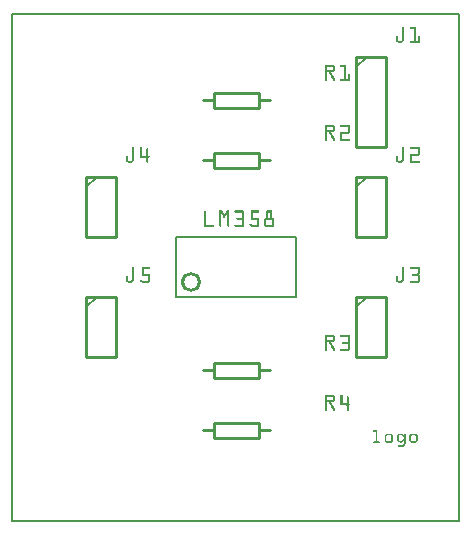
<source format=gto>
G04 MADE WITH FRITZING*
G04 WWW.FRITZING.ORG*
G04 SINGLE SIDED*
G04 HOLES NOT PLATED*
G04 CONTOUR ON CENTER OF CONTOUR VECTOR*
%ASAXBY*%
%FSLAX23Y23*%
%MOIN*%
%OFA0B0*%
%SFA1.0B1.0*%
%ADD10C,0.066567X0.046567*%
%ADD11R,1.496160X1.698390X1.480160X1.682390*%
%ADD12C,0.008000*%
%ADD13C,0.010000*%
%ADD14C,0.005000*%
%ADD15R,0.001000X0.001000*%
%LNSILK1*%
G90*
G70*
G54D10*
X600Y802D03*
G54D12*
X4Y1694D02*
X1492Y1694D01*
X1492Y4D01*
X4Y4D01*
X4Y1694D01*
D02*
G54D13*
X250Y1152D02*
X250Y952D01*
D02*
X250Y952D02*
X350Y952D01*
D02*
X350Y952D02*
X350Y1152D01*
D02*
X350Y1152D02*
X250Y1152D01*
G54D14*
D02*
X250Y1117D02*
X285Y1152D01*
G54D13*
D02*
X250Y752D02*
X250Y552D01*
D02*
X250Y552D02*
X350Y552D01*
D02*
X350Y552D02*
X350Y752D01*
D02*
X350Y752D02*
X250Y752D01*
G54D14*
D02*
X250Y717D02*
X285Y752D01*
G54D12*
D02*
X550Y952D02*
X950Y952D01*
D02*
X550Y952D02*
X550Y792D01*
D02*
X950Y952D02*
X950Y752D01*
D02*
X550Y752D02*
X950Y752D01*
D02*
X550Y752D02*
X550Y792D01*
D02*
X550Y792D02*
X550Y812D01*
G54D13*
D02*
X638Y1407D02*
X675Y1407D01*
D02*
X825Y1407D02*
X863Y1407D01*
D02*
X675Y1432D02*
X825Y1432D01*
D02*
X825Y1432D02*
X825Y1382D01*
D02*
X825Y1382D02*
X675Y1382D01*
D02*
X675Y1382D02*
X675Y1432D01*
D02*
X638Y1207D02*
X675Y1207D01*
D02*
X825Y1207D02*
X863Y1207D01*
D02*
X675Y1232D02*
X825Y1232D01*
D02*
X825Y1232D02*
X825Y1182D01*
D02*
X825Y1182D02*
X675Y1182D01*
D02*
X675Y1182D02*
X675Y1232D01*
D02*
X638Y507D02*
X675Y507D01*
D02*
X825Y507D02*
X863Y507D01*
D02*
X675Y532D02*
X825Y532D01*
D02*
X825Y532D02*
X825Y482D01*
D02*
X825Y482D02*
X675Y482D01*
D02*
X675Y482D02*
X675Y532D01*
D02*
X638Y307D02*
X675Y307D01*
D02*
X825Y307D02*
X863Y307D01*
D02*
X675Y332D02*
X825Y332D01*
D02*
X825Y332D02*
X825Y282D01*
D02*
X825Y282D02*
X675Y282D01*
D02*
X675Y282D02*
X675Y332D01*
D02*
X1150Y1552D02*
X1150Y1252D01*
D02*
X1150Y1252D02*
X1250Y1252D01*
D02*
X1250Y1252D02*
X1250Y1552D01*
D02*
X1250Y1552D02*
X1150Y1552D01*
G54D14*
D02*
X1150Y1517D02*
X1185Y1552D01*
G54D13*
D02*
X1150Y752D02*
X1150Y552D01*
D02*
X1150Y552D02*
X1250Y552D01*
D02*
X1250Y552D02*
X1250Y752D01*
D02*
X1250Y752D02*
X1150Y752D01*
G54D14*
D02*
X1150Y717D02*
X1185Y752D01*
G54D13*
D02*
X1150Y1152D02*
X1150Y952D01*
D02*
X1150Y952D02*
X1250Y952D01*
D02*
X1250Y952D02*
X1250Y1152D01*
D02*
X1250Y1152D02*
X1150Y1152D01*
G54D14*
D02*
X1150Y1117D02*
X1185Y1152D01*
G54D15*
X1305Y1652D02*
X1307Y1652D01*
X1331Y1652D02*
X1348Y1652D01*
X1304Y1651D02*
X1308Y1651D01*
X1330Y1651D02*
X1349Y1651D01*
X1303Y1650D02*
X1309Y1650D01*
X1329Y1650D02*
X1349Y1650D01*
X1303Y1649D02*
X1309Y1649D01*
X1329Y1649D02*
X1349Y1649D01*
X1303Y1648D02*
X1309Y1648D01*
X1329Y1648D02*
X1349Y1648D01*
X1303Y1647D02*
X1309Y1647D01*
X1329Y1647D02*
X1349Y1647D01*
X1303Y1646D02*
X1309Y1646D01*
X1330Y1646D02*
X1349Y1646D01*
X1303Y1645D02*
X1309Y1645D01*
X1342Y1645D02*
X1349Y1645D01*
X1303Y1644D02*
X1309Y1644D01*
X1342Y1644D02*
X1349Y1644D01*
X1303Y1643D02*
X1309Y1643D01*
X1342Y1643D02*
X1349Y1643D01*
X1303Y1642D02*
X1309Y1642D01*
X1342Y1642D02*
X1349Y1642D01*
X1303Y1641D02*
X1309Y1641D01*
X1342Y1641D02*
X1349Y1641D01*
X1303Y1640D02*
X1309Y1640D01*
X1342Y1640D02*
X1349Y1640D01*
X1303Y1639D02*
X1309Y1639D01*
X1342Y1639D02*
X1349Y1639D01*
X1303Y1638D02*
X1309Y1638D01*
X1342Y1638D02*
X1349Y1638D01*
X1303Y1637D02*
X1309Y1637D01*
X1342Y1637D02*
X1349Y1637D01*
X1303Y1636D02*
X1309Y1636D01*
X1342Y1636D02*
X1349Y1636D01*
X1303Y1635D02*
X1309Y1635D01*
X1342Y1635D02*
X1349Y1635D01*
X1303Y1634D02*
X1309Y1634D01*
X1342Y1634D02*
X1349Y1634D01*
X1303Y1633D02*
X1309Y1633D01*
X1342Y1633D02*
X1349Y1633D01*
X1303Y1632D02*
X1309Y1632D01*
X1342Y1632D02*
X1349Y1632D01*
X1303Y1631D02*
X1309Y1631D01*
X1342Y1631D02*
X1349Y1631D01*
X1303Y1630D02*
X1309Y1630D01*
X1342Y1630D02*
X1349Y1630D01*
X1303Y1629D02*
X1309Y1629D01*
X1342Y1629D02*
X1349Y1629D01*
X1303Y1628D02*
X1309Y1628D01*
X1342Y1628D02*
X1349Y1628D01*
X1303Y1627D02*
X1309Y1627D01*
X1342Y1627D02*
X1349Y1627D01*
X1303Y1626D02*
X1309Y1626D01*
X1342Y1626D02*
X1349Y1626D01*
X1303Y1625D02*
X1309Y1625D01*
X1342Y1625D02*
X1349Y1625D01*
X1303Y1624D02*
X1309Y1624D01*
X1342Y1624D02*
X1349Y1624D01*
X1303Y1623D02*
X1309Y1623D01*
X1342Y1623D02*
X1349Y1623D01*
X1284Y1622D02*
X1287Y1622D01*
X1303Y1622D02*
X1309Y1622D01*
X1342Y1622D02*
X1349Y1622D01*
X1358Y1622D02*
X1361Y1622D01*
X1283Y1621D02*
X1288Y1621D01*
X1303Y1621D02*
X1309Y1621D01*
X1342Y1621D02*
X1349Y1621D01*
X1357Y1621D02*
X1362Y1621D01*
X1282Y1620D02*
X1288Y1620D01*
X1303Y1620D02*
X1309Y1620D01*
X1342Y1620D02*
X1349Y1620D01*
X1356Y1620D02*
X1362Y1620D01*
X1282Y1619D02*
X1288Y1619D01*
X1303Y1619D02*
X1309Y1619D01*
X1342Y1619D02*
X1349Y1619D01*
X1356Y1619D02*
X1362Y1619D01*
X1282Y1618D02*
X1288Y1618D01*
X1303Y1618D02*
X1309Y1618D01*
X1342Y1618D02*
X1349Y1618D01*
X1356Y1618D02*
X1362Y1618D01*
X1282Y1617D02*
X1288Y1617D01*
X1303Y1617D02*
X1309Y1617D01*
X1342Y1617D02*
X1349Y1617D01*
X1356Y1617D02*
X1362Y1617D01*
X1282Y1616D02*
X1288Y1616D01*
X1303Y1616D02*
X1309Y1616D01*
X1342Y1616D02*
X1349Y1616D01*
X1356Y1616D02*
X1362Y1616D01*
X1282Y1615D02*
X1288Y1615D01*
X1303Y1615D02*
X1309Y1615D01*
X1342Y1615D02*
X1349Y1615D01*
X1356Y1615D02*
X1362Y1615D01*
X1282Y1614D02*
X1288Y1614D01*
X1303Y1614D02*
X1309Y1614D01*
X1342Y1614D02*
X1349Y1614D01*
X1356Y1614D02*
X1362Y1614D01*
X1282Y1613D02*
X1288Y1613D01*
X1303Y1613D02*
X1309Y1613D01*
X1342Y1613D02*
X1349Y1613D01*
X1356Y1613D02*
X1362Y1613D01*
X1282Y1612D02*
X1288Y1612D01*
X1303Y1612D02*
X1309Y1612D01*
X1342Y1612D02*
X1349Y1612D01*
X1356Y1612D02*
X1362Y1612D01*
X1282Y1611D02*
X1288Y1611D01*
X1303Y1611D02*
X1309Y1611D01*
X1342Y1611D02*
X1349Y1611D01*
X1356Y1611D02*
X1362Y1611D01*
X1282Y1610D02*
X1288Y1610D01*
X1303Y1610D02*
X1309Y1610D01*
X1342Y1610D02*
X1349Y1610D01*
X1356Y1610D02*
X1362Y1610D01*
X1282Y1609D02*
X1288Y1609D01*
X1303Y1609D02*
X1309Y1609D01*
X1342Y1609D02*
X1349Y1609D01*
X1356Y1609D02*
X1362Y1609D01*
X1282Y1608D02*
X1288Y1608D01*
X1303Y1608D02*
X1309Y1608D01*
X1342Y1608D02*
X1349Y1608D01*
X1356Y1608D02*
X1362Y1608D01*
X1282Y1607D02*
X1289Y1607D01*
X1302Y1607D02*
X1309Y1607D01*
X1342Y1607D02*
X1349Y1607D01*
X1356Y1607D02*
X1362Y1607D01*
X1282Y1606D02*
X1289Y1606D01*
X1302Y1606D02*
X1309Y1606D01*
X1342Y1606D02*
X1349Y1606D01*
X1356Y1606D02*
X1362Y1606D01*
X1283Y1605D02*
X1308Y1605D01*
X1332Y1605D02*
X1362Y1605D01*
X1283Y1604D02*
X1308Y1604D01*
X1330Y1604D02*
X1362Y1604D01*
X1284Y1603D02*
X1307Y1603D01*
X1329Y1603D02*
X1362Y1603D01*
X1285Y1602D02*
X1306Y1602D01*
X1329Y1602D02*
X1362Y1602D01*
X1286Y1601D02*
X1305Y1601D01*
X1329Y1601D02*
X1362Y1601D01*
X1287Y1600D02*
X1304Y1600D01*
X1329Y1600D02*
X1362Y1600D01*
X1289Y1599D02*
X1302Y1599D01*
X1330Y1599D02*
X1361Y1599D01*
X1046Y1525D02*
X1072Y1525D01*
X1098Y1525D02*
X1116Y1525D01*
X1046Y1524D02*
X1074Y1524D01*
X1097Y1524D02*
X1116Y1524D01*
X1046Y1523D02*
X1076Y1523D01*
X1097Y1523D02*
X1116Y1523D01*
X1046Y1522D02*
X1077Y1522D01*
X1096Y1522D02*
X1116Y1522D01*
X1046Y1521D02*
X1078Y1521D01*
X1096Y1521D02*
X1116Y1521D01*
X1046Y1520D02*
X1078Y1520D01*
X1097Y1520D02*
X1116Y1520D01*
X1046Y1519D02*
X1079Y1519D01*
X1098Y1519D02*
X1116Y1519D01*
X1046Y1518D02*
X1052Y1518D01*
X1072Y1518D02*
X1079Y1518D01*
X1110Y1518D02*
X1116Y1518D01*
X1046Y1517D02*
X1052Y1517D01*
X1073Y1517D02*
X1080Y1517D01*
X1110Y1517D02*
X1116Y1517D01*
X1046Y1516D02*
X1052Y1516D01*
X1074Y1516D02*
X1080Y1516D01*
X1110Y1516D02*
X1116Y1516D01*
X1046Y1515D02*
X1052Y1515D01*
X1074Y1515D02*
X1080Y1515D01*
X1110Y1515D02*
X1116Y1515D01*
X1046Y1514D02*
X1052Y1514D01*
X1074Y1514D02*
X1080Y1514D01*
X1110Y1514D02*
X1116Y1514D01*
X1046Y1513D02*
X1052Y1513D01*
X1074Y1513D02*
X1080Y1513D01*
X1110Y1513D02*
X1116Y1513D01*
X1046Y1512D02*
X1052Y1512D01*
X1074Y1512D02*
X1080Y1512D01*
X1110Y1512D02*
X1116Y1512D01*
X1046Y1511D02*
X1052Y1511D01*
X1074Y1511D02*
X1080Y1511D01*
X1110Y1511D02*
X1116Y1511D01*
X1046Y1510D02*
X1052Y1510D01*
X1074Y1510D02*
X1080Y1510D01*
X1110Y1510D02*
X1116Y1510D01*
X1046Y1509D02*
X1052Y1509D01*
X1073Y1509D02*
X1080Y1509D01*
X1110Y1509D02*
X1116Y1509D01*
X1046Y1508D02*
X1052Y1508D01*
X1072Y1508D02*
X1079Y1508D01*
X1110Y1508D02*
X1116Y1508D01*
X1046Y1507D02*
X1079Y1507D01*
X1110Y1507D02*
X1116Y1507D01*
X1046Y1506D02*
X1078Y1506D01*
X1110Y1506D02*
X1116Y1506D01*
X1046Y1505D02*
X1078Y1505D01*
X1110Y1505D02*
X1116Y1505D01*
X1046Y1504D02*
X1077Y1504D01*
X1110Y1504D02*
X1116Y1504D01*
X1046Y1503D02*
X1076Y1503D01*
X1110Y1503D02*
X1116Y1503D01*
X1046Y1502D02*
X1074Y1502D01*
X1110Y1502D02*
X1116Y1502D01*
X1046Y1501D02*
X1072Y1501D01*
X1110Y1501D02*
X1116Y1501D01*
X1046Y1500D02*
X1052Y1500D01*
X1058Y1500D02*
X1066Y1500D01*
X1110Y1500D02*
X1116Y1500D01*
X1046Y1499D02*
X1052Y1499D01*
X1059Y1499D02*
X1066Y1499D01*
X1110Y1499D02*
X1116Y1499D01*
X1046Y1498D02*
X1052Y1498D01*
X1060Y1498D02*
X1067Y1498D01*
X1110Y1498D02*
X1116Y1498D01*
X1046Y1497D02*
X1052Y1497D01*
X1060Y1497D02*
X1067Y1497D01*
X1110Y1497D02*
X1116Y1497D01*
X1046Y1496D02*
X1052Y1496D01*
X1061Y1496D02*
X1068Y1496D01*
X1110Y1496D02*
X1116Y1496D01*
X1046Y1495D02*
X1052Y1495D01*
X1061Y1495D02*
X1069Y1495D01*
X1110Y1495D02*
X1116Y1495D01*
X1125Y1495D02*
X1129Y1495D01*
X1046Y1494D02*
X1052Y1494D01*
X1062Y1494D02*
X1069Y1494D01*
X1110Y1494D02*
X1116Y1494D01*
X1124Y1494D02*
X1129Y1494D01*
X1046Y1493D02*
X1052Y1493D01*
X1063Y1493D02*
X1070Y1493D01*
X1110Y1493D02*
X1116Y1493D01*
X1124Y1493D02*
X1130Y1493D01*
X1046Y1492D02*
X1052Y1492D01*
X1063Y1492D02*
X1070Y1492D01*
X1110Y1492D02*
X1116Y1492D01*
X1124Y1492D02*
X1130Y1492D01*
X1046Y1491D02*
X1052Y1491D01*
X1064Y1491D02*
X1071Y1491D01*
X1110Y1491D02*
X1116Y1491D01*
X1124Y1491D02*
X1130Y1491D01*
X1046Y1490D02*
X1052Y1490D01*
X1064Y1490D02*
X1071Y1490D01*
X1110Y1490D02*
X1116Y1490D01*
X1124Y1490D02*
X1130Y1490D01*
X1046Y1489D02*
X1052Y1489D01*
X1065Y1489D02*
X1072Y1489D01*
X1110Y1489D02*
X1116Y1489D01*
X1124Y1489D02*
X1130Y1489D01*
X1046Y1488D02*
X1052Y1488D01*
X1065Y1488D02*
X1073Y1488D01*
X1110Y1488D02*
X1116Y1488D01*
X1124Y1488D02*
X1130Y1488D01*
X1046Y1487D02*
X1052Y1487D01*
X1066Y1487D02*
X1073Y1487D01*
X1110Y1487D02*
X1116Y1487D01*
X1124Y1487D02*
X1130Y1487D01*
X1046Y1486D02*
X1052Y1486D01*
X1067Y1486D02*
X1074Y1486D01*
X1110Y1486D02*
X1116Y1486D01*
X1124Y1486D02*
X1130Y1486D01*
X1046Y1485D02*
X1052Y1485D01*
X1067Y1485D02*
X1074Y1485D01*
X1110Y1485D02*
X1116Y1485D01*
X1124Y1485D02*
X1130Y1485D01*
X1046Y1484D02*
X1052Y1484D01*
X1068Y1484D02*
X1075Y1484D01*
X1110Y1484D02*
X1116Y1484D01*
X1124Y1484D02*
X1130Y1484D01*
X1046Y1483D02*
X1052Y1483D01*
X1068Y1483D02*
X1076Y1483D01*
X1110Y1483D02*
X1116Y1483D01*
X1124Y1483D02*
X1130Y1483D01*
X1046Y1482D02*
X1052Y1482D01*
X1069Y1482D02*
X1076Y1482D01*
X1110Y1482D02*
X1116Y1482D01*
X1124Y1482D02*
X1130Y1482D01*
X1046Y1481D02*
X1052Y1481D01*
X1070Y1481D02*
X1077Y1481D01*
X1110Y1481D02*
X1116Y1481D01*
X1124Y1481D02*
X1130Y1481D01*
X1046Y1480D02*
X1052Y1480D01*
X1070Y1480D02*
X1077Y1480D01*
X1110Y1480D02*
X1116Y1480D01*
X1124Y1480D02*
X1130Y1480D01*
X1046Y1479D02*
X1052Y1479D01*
X1071Y1479D02*
X1078Y1479D01*
X1110Y1479D02*
X1116Y1479D01*
X1124Y1479D02*
X1130Y1479D01*
X1046Y1478D02*
X1052Y1478D01*
X1071Y1478D02*
X1078Y1478D01*
X1099Y1478D02*
X1130Y1478D01*
X1046Y1477D02*
X1052Y1477D01*
X1072Y1477D02*
X1079Y1477D01*
X1097Y1477D02*
X1130Y1477D01*
X1046Y1476D02*
X1052Y1476D01*
X1072Y1476D02*
X1079Y1476D01*
X1097Y1476D02*
X1130Y1476D01*
X1046Y1475D02*
X1052Y1475D01*
X1073Y1475D02*
X1080Y1475D01*
X1096Y1475D02*
X1130Y1475D01*
X1046Y1474D02*
X1052Y1474D01*
X1074Y1474D02*
X1080Y1474D01*
X1096Y1474D02*
X1130Y1474D01*
X1047Y1473D02*
X1052Y1473D01*
X1074Y1473D02*
X1079Y1473D01*
X1097Y1473D02*
X1129Y1473D01*
X1048Y1472D02*
X1051Y1472D01*
X1075Y1472D02*
X1079Y1472D01*
X1098Y1472D02*
X1129Y1472D01*
X1046Y1325D02*
X1072Y1325D01*
X1098Y1325D02*
X1125Y1325D01*
X1046Y1324D02*
X1074Y1324D01*
X1097Y1324D02*
X1127Y1324D01*
X1046Y1323D02*
X1076Y1323D01*
X1097Y1323D02*
X1128Y1323D01*
X1046Y1322D02*
X1077Y1322D01*
X1096Y1322D02*
X1129Y1322D01*
X1046Y1321D02*
X1078Y1321D01*
X1096Y1321D02*
X1129Y1321D01*
X1046Y1320D02*
X1078Y1320D01*
X1097Y1320D02*
X1130Y1320D01*
X1046Y1319D02*
X1079Y1319D01*
X1098Y1319D02*
X1130Y1319D01*
X1046Y1318D02*
X1052Y1318D01*
X1072Y1318D02*
X1079Y1318D01*
X1124Y1318D02*
X1130Y1318D01*
X1046Y1317D02*
X1052Y1317D01*
X1073Y1317D02*
X1080Y1317D01*
X1124Y1317D02*
X1130Y1317D01*
X1046Y1316D02*
X1052Y1316D01*
X1074Y1316D02*
X1080Y1316D01*
X1124Y1316D02*
X1130Y1316D01*
X1046Y1315D02*
X1052Y1315D01*
X1074Y1315D02*
X1080Y1315D01*
X1124Y1315D02*
X1130Y1315D01*
X1046Y1314D02*
X1052Y1314D01*
X1074Y1314D02*
X1080Y1314D01*
X1124Y1314D02*
X1130Y1314D01*
X1046Y1313D02*
X1052Y1313D01*
X1074Y1313D02*
X1080Y1313D01*
X1124Y1313D02*
X1130Y1313D01*
X1046Y1312D02*
X1052Y1312D01*
X1074Y1312D02*
X1080Y1312D01*
X1124Y1312D02*
X1130Y1312D01*
X1046Y1311D02*
X1052Y1311D01*
X1074Y1311D02*
X1080Y1311D01*
X1124Y1311D02*
X1130Y1311D01*
X1046Y1310D02*
X1052Y1310D01*
X1074Y1310D02*
X1080Y1310D01*
X1124Y1310D02*
X1130Y1310D01*
X1046Y1309D02*
X1052Y1309D01*
X1073Y1309D02*
X1080Y1309D01*
X1124Y1309D02*
X1130Y1309D01*
X1046Y1308D02*
X1052Y1308D01*
X1072Y1308D02*
X1079Y1308D01*
X1124Y1308D02*
X1130Y1308D01*
X1046Y1307D02*
X1079Y1307D01*
X1124Y1307D02*
X1130Y1307D01*
X1046Y1306D02*
X1078Y1306D01*
X1124Y1306D02*
X1130Y1306D01*
X1046Y1305D02*
X1078Y1305D01*
X1124Y1305D02*
X1130Y1305D01*
X1046Y1304D02*
X1077Y1304D01*
X1124Y1304D02*
X1130Y1304D01*
X1046Y1303D02*
X1076Y1303D01*
X1124Y1303D02*
X1130Y1303D01*
X1046Y1302D02*
X1074Y1302D01*
X1124Y1302D02*
X1130Y1302D01*
X1046Y1301D02*
X1072Y1301D01*
X1100Y1301D02*
X1130Y1301D01*
X1046Y1300D02*
X1052Y1300D01*
X1058Y1300D02*
X1066Y1300D01*
X1099Y1300D02*
X1130Y1300D01*
X1046Y1299D02*
X1052Y1299D01*
X1059Y1299D02*
X1066Y1299D01*
X1098Y1299D02*
X1129Y1299D01*
X1046Y1298D02*
X1052Y1298D01*
X1060Y1298D02*
X1067Y1298D01*
X1097Y1298D02*
X1129Y1298D01*
X1046Y1297D02*
X1052Y1297D01*
X1060Y1297D02*
X1067Y1297D01*
X1097Y1297D02*
X1128Y1297D01*
X1046Y1296D02*
X1052Y1296D01*
X1061Y1296D02*
X1068Y1296D01*
X1096Y1296D02*
X1127Y1296D01*
X1046Y1295D02*
X1052Y1295D01*
X1061Y1295D02*
X1069Y1295D01*
X1096Y1295D02*
X1124Y1295D01*
X1046Y1294D02*
X1052Y1294D01*
X1062Y1294D02*
X1069Y1294D01*
X1096Y1294D02*
X1102Y1294D01*
X1046Y1293D02*
X1052Y1293D01*
X1063Y1293D02*
X1070Y1293D01*
X1096Y1293D02*
X1102Y1293D01*
X1046Y1292D02*
X1052Y1292D01*
X1063Y1292D02*
X1070Y1292D01*
X1096Y1292D02*
X1102Y1292D01*
X1046Y1291D02*
X1052Y1291D01*
X1064Y1291D02*
X1071Y1291D01*
X1096Y1291D02*
X1102Y1291D01*
X1046Y1290D02*
X1052Y1290D01*
X1064Y1290D02*
X1071Y1290D01*
X1096Y1290D02*
X1102Y1290D01*
X1046Y1289D02*
X1052Y1289D01*
X1065Y1289D02*
X1072Y1289D01*
X1096Y1289D02*
X1102Y1289D01*
X1046Y1288D02*
X1052Y1288D01*
X1065Y1288D02*
X1073Y1288D01*
X1096Y1288D02*
X1102Y1288D01*
X1046Y1287D02*
X1052Y1287D01*
X1066Y1287D02*
X1073Y1287D01*
X1096Y1287D02*
X1102Y1287D01*
X1046Y1286D02*
X1052Y1286D01*
X1067Y1286D02*
X1074Y1286D01*
X1096Y1286D02*
X1102Y1286D01*
X1046Y1285D02*
X1052Y1285D01*
X1067Y1285D02*
X1074Y1285D01*
X1096Y1285D02*
X1102Y1285D01*
X1046Y1284D02*
X1052Y1284D01*
X1068Y1284D02*
X1075Y1284D01*
X1096Y1284D02*
X1102Y1284D01*
X1046Y1283D02*
X1052Y1283D01*
X1068Y1283D02*
X1076Y1283D01*
X1096Y1283D02*
X1102Y1283D01*
X1046Y1282D02*
X1052Y1282D01*
X1069Y1282D02*
X1076Y1282D01*
X1096Y1282D02*
X1102Y1282D01*
X1046Y1281D02*
X1052Y1281D01*
X1070Y1281D02*
X1077Y1281D01*
X1096Y1281D02*
X1102Y1281D01*
X1046Y1280D02*
X1052Y1280D01*
X1070Y1280D02*
X1077Y1280D01*
X1096Y1280D02*
X1102Y1280D01*
X1046Y1279D02*
X1052Y1279D01*
X1071Y1279D02*
X1078Y1279D01*
X1096Y1279D02*
X1102Y1279D01*
X1046Y1278D02*
X1052Y1278D01*
X1071Y1278D02*
X1078Y1278D01*
X1096Y1278D02*
X1127Y1278D01*
X1046Y1277D02*
X1052Y1277D01*
X1072Y1277D02*
X1079Y1277D01*
X1096Y1277D02*
X1129Y1277D01*
X1046Y1276D02*
X1052Y1276D01*
X1072Y1276D02*
X1080Y1276D01*
X1096Y1276D02*
X1130Y1276D01*
X1046Y1275D02*
X1052Y1275D01*
X1073Y1275D02*
X1080Y1275D01*
X1096Y1275D02*
X1130Y1275D01*
X1046Y1274D02*
X1052Y1274D01*
X1074Y1274D02*
X1080Y1274D01*
X1096Y1274D02*
X1130Y1274D01*
X1047Y1273D02*
X1052Y1273D01*
X1074Y1273D02*
X1079Y1273D01*
X1096Y1273D02*
X1129Y1273D01*
X1048Y1272D02*
X1051Y1272D01*
X1075Y1272D02*
X1078Y1272D01*
X1096Y1272D02*
X1128Y1272D01*
X405Y1252D02*
X407Y1252D01*
X433Y1252D02*
X434Y1252D01*
X1305Y1252D02*
X1307Y1252D01*
X1331Y1252D02*
X1357Y1252D01*
X404Y1251D02*
X408Y1251D01*
X431Y1251D02*
X436Y1251D01*
X1304Y1251D02*
X1308Y1251D01*
X1330Y1251D02*
X1359Y1251D01*
X403Y1250D02*
X409Y1250D01*
X431Y1250D02*
X436Y1250D01*
X1303Y1250D02*
X1309Y1250D01*
X1329Y1250D02*
X1360Y1250D01*
X403Y1249D02*
X409Y1249D01*
X431Y1249D02*
X436Y1249D01*
X1303Y1249D02*
X1309Y1249D01*
X1329Y1249D02*
X1361Y1249D01*
X403Y1248D02*
X409Y1248D01*
X431Y1248D02*
X437Y1248D01*
X1303Y1248D02*
X1309Y1248D01*
X1329Y1248D02*
X1362Y1248D01*
X403Y1247D02*
X409Y1247D01*
X431Y1247D02*
X437Y1247D01*
X1303Y1247D02*
X1309Y1247D01*
X1329Y1247D02*
X1362Y1247D01*
X403Y1246D02*
X409Y1246D01*
X431Y1246D02*
X437Y1246D01*
X453Y1246D02*
X455Y1246D01*
X1303Y1246D02*
X1309Y1246D01*
X1330Y1246D02*
X1362Y1246D01*
X403Y1245D02*
X409Y1245D01*
X431Y1245D02*
X437Y1245D01*
X452Y1245D02*
X456Y1245D01*
X1303Y1245D02*
X1309Y1245D01*
X1356Y1245D02*
X1362Y1245D01*
X403Y1244D02*
X409Y1244D01*
X431Y1244D02*
X437Y1244D01*
X451Y1244D02*
X457Y1244D01*
X1303Y1244D02*
X1309Y1244D01*
X1356Y1244D02*
X1362Y1244D01*
X403Y1243D02*
X409Y1243D01*
X431Y1243D02*
X437Y1243D01*
X451Y1243D02*
X457Y1243D01*
X1303Y1243D02*
X1309Y1243D01*
X1356Y1243D02*
X1362Y1243D01*
X403Y1242D02*
X409Y1242D01*
X431Y1242D02*
X437Y1242D01*
X451Y1242D02*
X457Y1242D01*
X1303Y1242D02*
X1309Y1242D01*
X1356Y1242D02*
X1362Y1242D01*
X403Y1241D02*
X409Y1241D01*
X431Y1241D02*
X437Y1241D01*
X451Y1241D02*
X457Y1241D01*
X1303Y1241D02*
X1309Y1241D01*
X1356Y1241D02*
X1362Y1241D01*
X403Y1240D02*
X409Y1240D01*
X431Y1240D02*
X437Y1240D01*
X451Y1240D02*
X457Y1240D01*
X1303Y1240D02*
X1309Y1240D01*
X1356Y1240D02*
X1362Y1240D01*
X403Y1239D02*
X409Y1239D01*
X431Y1239D02*
X437Y1239D01*
X451Y1239D02*
X457Y1239D01*
X1303Y1239D02*
X1309Y1239D01*
X1356Y1239D02*
X1362Y1239D01*
X403Y1238D02*
X409Y1238D01*
X431Y1238D02*
X437Y1238D01*
X451Y1238D02*
X457Y1238D01*
X1303Y1238D02*
X1309Y1238D01*
X1356Y1238D02*
X1362Y1238D01*
X403Y1237D02*
X409Y1237D01*
X431Y1237D02*
X437Y1237D01*
X451Y1237D02*
X457Y1237D01*
X1303Y1237D02*
X1309Y1237D01*
X1356Y1237D02*
X1362Y1237D01*
X403Y1236D02*
X409Y1236D01*
X431Y1236D02*
X437Y1236D01*
X451Y1236D02*
X457Y1236D01*
X1303Y1236D02*
X1309Y1236D01*
X1356Y1236D02*
X1362Y1236D01*
X403Y1235D02*
X409Y1235D01*
X431Y1235D02*
X437Y1235D01*
X451Y1235D02*
X457Y1235D01*
X1303Y1235D02*
X1309Y1235D01*
X1356Y1235D02*
X1362Y1235D01*
X403Y1234D02*
X409Y1234D01*
X431Y1234D02*
X437Y1234D01*
X451Y1234D02*
X457Y1234D01*
X1303Y1234D02*
X1309Y1234D01*
X1356Y1234D02*
X1362Y1234D01*
X403Y1233D02*
X409Y1233D01*
X431Y1233D02*
X437Y1233D01*
X451Y1233D02*
X457Y1233D01*
X1303Y1233D02*
X1309Y1233D01*
X1356Y1233D02*
X1362Y1233D01*
X403Y1232D02*
X409Y1232D01*
X431Y1232D02*
X437Y1232D01*
X451Y1232D02*
X457Y1232D01*
X1303Y1232D02*
X1309Y1232D01*
X1356Y1232D02*
X1362Y1232D01*
X403Y1231D02*
X409Y1231D01*
X431Y1231D02*
X437Y1231D01*
X451Y1231D02*
X457Y1231D01*
X1303Y1231D02*
X1309Y1231D01*
X1356Y1231D02*
X1362Y1231D01*
X403Y1230D02*
X409Y1230D01*
X431Y1230D02*
X437Y1230D01*
X451Y1230D02*
X457Y1230D01*
X1303Y1230D02*
X1309Y1230D01*
X1356Y1230D02*
X1362Y1230D01*
X403Y1229D02*
X409Y1229D01*
X431Y1229D02*
X437Y1229D01*
X451Y1229D02*
X457Y1229D01*
X1303Y1229D02*
X1309Y1229D01*
X1356Y1229D02*
X1362Y1229D01*
X403Y1228D02*
X409Y1228D01*
X431Y1228D02*
X437Y1228D01*
X451Y1228D02*
X457Y1228D01*
X1303Y1228D02*
X1309Y1228D01*
X1333Y1228D02*
X1362Y1228D01*
X403Y1227D02*
X409Y1227D01*
X431Y1227D02*
X437Y1227D01*
X451Y1227D02*
X457Y1227D01*
X1303Y1227D02*
X1309Y1227D01*
X1331Y1227D02*
X1362Y1227D01*
X403Y1226D02*
X409Y1226D01*
X431Y1226D02*
X437Y1226D01*
X451Y1226D02*
X457Y1226D01*
X1303Y1226D02*
X1309Y1226D01*
X1330Y1226D02*
X1362Y1226D01*
X403Y1225D02*
X409Y1225D01*
X431Y1225D02*
X437Y1225D01*
X451Y1225D02*
X457Y1225D01*
X1303Y1225D02*
X1309Y1225D01*
X1330Y1225D02*
X1361Y1225D01*
X403Y1224D02*
X409Y1224D01*
X431Y1224D02*
X437Y1224D01*
X451Y1224D02*
X457Y1224D01*
X1303Y1224D02*
X1309Y1224D01*
X1329Y1224D02*
X1360Y1224D01*
X403Y1223D02*
X409Y1223D01*
X431Y1223D02*
X437Y1223D01*
X451Y1223D02*
X457Y1223D01*
X1303Y1223D02*
X1309Y1223D01*
X1329Y1223D02*
X1359Y1223D01*
X384Y1222D02*
X387Y1222D01*
X403Y1222D02*
X409Y1222D01*
X431Y1222D02*
X459Y1222D01*
X1283Y1222D02*
X1287Y1222D01*
X1303Y1222D02*
X1309Y1222D01*
X1329Y1222D02*
X1357Y1222D01*
X383Y1221D02*
X388Y1221D01*
X403Y1221D02*
X409Y1221D01*
X431Y1221D02*
X460Y1221D01*
X1283Y1221D02*
X1288Y1221D01*
X1303Y1221D02*
X1309Y1221D01*
X1329Y1221D02*
X1335Y1221D01*
X382Y1220D02*
X388Y1220D01*
X403Y1220D02*
X409Y1220D01*
X431Y1220D02*
X461Y1220D01*
X1282Y1220D02*
X1288Y1220D01*
X1303Y1220D02*
X1309Y1220D01*
X1329Y1220D02*
X1335Y1220D01*
X382Y1219D02*
X388Y1219D01*
X403Y1219D02*
X409Y1219D01*
X431Y1219D02*
X461Y1219D01*
X1282Y1219D02*
X1288Y1219D01*
X1303Y1219D02*
X1309Y1219D01*
X1329Y1219D02*
X1335Y1219D01*
X382Y1218D02*
X388Y1218D01*
X403Y1218D02*
X409Y1218D01*
X431Y1218D02*
X460Y1218D01*
X1282Y1218D02*
X1288Y1218D01*
X1303Y1218D02*
X1309Y1218D01*
X1329Y1218D02*
X1335Y1218D01*
X382Y1217D02*
X388Y1217D01*
X403Y1217D02*
X409Y1217D01*
X431Y1217D02*
X460Y1217D01*
X1282Y1217D02*
X1288Y1217D01*
X1303Y1217D02*
X1309Y1217D01*
X1329Y1217D02*
X1335Y1217D01*
X382Y1216D02*
X388Y1216D01*
X403Y1216D02*
X409Y1216D01*
X431Y1216D02*
X458Y1216D01*
X1282Y1216D02*
X1288Y1216D01*
X1303Y1216D02*
X1309Y1216D01*
X1329Y1216D02*
X1335Y1216D01*
X382Y1215D02*
X388Y1215D01*
X403Y1215D02*
X409Y1215D01*
X451Y1215D02*
X457Y1215D01*
X1282Y1215D02*
X1288Y1215D01*
X1303Y1215D02*
X1309Y1215D01*
X1329Y1215D02*
X1335Y1215D01*
X382Y1214D02*
X388Y1214D01*
X403Y1214D02*
X409Y1214D01*
X451Y1214D02*
X457Y1214D01*
X1282Y1214D02*
X1288Y1214D01*
X1303Y1214D02*
X1309Y1214D01*
X1329Y1214D02*
X1335Y1214D01*
X382Y1213D02*
X388Y1213D01*
X403Y1213D02*
X409Y1213D01*
X451Y1213D02*
X457Y1213D01*
X1282Y1213D02*
X1288Y1213D01*
X1303Y1213D02*
X1309Y1213D01*
X1329Y1213D02*
X1335Y1213D01*
X382Y1212D02*
X388Y1212D01*
X403Y1212D02*
X409Y1212D01*
X451Y1212D02*
X457Y1212D01*
X1282Y1212D02*
X1288Y1212D01*
X1303Y1212D02*
X1309Y1212D01*
X1329Y1212D02*
X1335Y1212D01*
X382Y1211D02*
X388Y1211D01*
X403Y1211D02*
X409Y1211D01*
X451Y1211D02*
X457Y1211D01*
X1282Y1211D02*
X1288Y1211D01*
X1303Y1211D02*
X1309Y1211D01*
X1329Y1211D02*
X1335Y1211D01*
X382Y1210D02*
X388Y1210D01*
X403Y1210D02*
X409Y1210D01*
X451Y1210D02*
X457Y1210D01*
X1282Y1210D02*
X1288Y1210D01*
X1303Y1210D02*
X1309Y1210D01*
X1329Y1210D02*
X1335Y1210D01*
X382Y1209D02*
X388Y1209D01*
X403Y1209D02*
X409Y1209D01*
X451Y1209D02*
X457Y1209D01*
X1282Y1209D02*
X1288Y1209D01*
X1303Y1209D02*
X1309Y1209D01*
X1329Y1209D02*
X1335Y1209D01*
X382Y1208D02*
X388Y1208D01*
X403Y1208D02*
X409Y1208D01*
X451Y1208D02*
X457Y1208D01*
X1282Y1208D02*
X1288Y1208D01*
X1303Y1208D02*
X1309Y1208D01*
X1329Y1208D02*
X1335Y1208D01*
X382Y1207D02*
X389Y1207D01*
X402Y1207D02*
X409Y1207D01*
X451Y1207D02*
X457Y1207D01*
X1282Y1207D02*
X1289Y1207D01*
X1302Y1207D02*
X1309Y1207D01*
X1329Y1207D02*
X1335Y1207D01*
X383Y1206D02*
X390Y1206D01*
X402Y1206D02*
X409Y1206D01*
X451Y1206D02*
X457Y1206D01*
X1283Y1206D02*
X1290Y1206D01*
X1301Y1206D02*
X1308Y1206D01*
X1329Y1206D02*
X1335Y1206D01*
X383Y1205D02*
X408Y1205D01*
X451Y1205D02*
X457Y1205D01*
X1283Y1205D02*
X1308Y1205D01*
X1329Y1205D02*
X1360Y1205D01*
X383Y1204D02*
X408Y1204D01*
X451Y1204D02*
X457Y1204D01*
X1283Y1204D02*
X1308Y1204D01*
X1329Y1204D02*
X1361Y1204D01*
X384Y1203D02*
X407Y1203D01*
X451Y1203D02*
X457Y1203D01*
X1284Y1203D02*
X1307Y1203D01*
X1329Y1203D02*
X1362Y1203D01*
X385Y1202D02*
X406Y1202D01*
X451Y1202D02*
X457Y1202D01*
X1285Y1202D02*
X1306Y1202D01*
X1329Y1202D02*
X1362Y1202D01*
X386Y1201D02*
X405Y1201D01*
X451Y1201D02*
X457Y1201D01*
X1286Y1201D02*
X1305Y1201D01*
X1329Y1201D02*
X1362Y1201D01*
X387Y1200D02*
X404Y1200D01*
X452Y1200D02*
X457Y1200D01*
X1287Y1200D02*
X1304Y1200D01*
X1329Y1200D02*
X1362Y1200D01*
X389Y1199D02*
X402Y1199D01*
X453Y1199D02*
X456Y1199D01*
X1289Y1199D02*
X1302Y1199D01*
X1329Y1199D02*
X1361Y1199D01*
X646Y1039D02*
X647Y1039D01*
X694Y1039D02*
X701Y1039D01*
X719Y1039D02*
X727Y1039D01*
X746Y1039D02*
X772Y1039D01*
X801Y1039D02*
X824Y1039D01*
X853Y1039D02*
X868Y1039D01*
X645Y1038D02*
X649Y1038D01*
X694Y1038D02*
X702Y1038D01*
X719Y1038D02*
X727Y1038D01*
X745Y1038D02*
X774Y1038D01*
X801Y1038D02*
X826Y1038D01*
X852Y1038D02*
X869Y1038D01*
X644Y1037D02*
X649Y1037D01*
X694Y1037D02*
X703Y1037D01*
X718Y1037D02*
X727Y1037D01*
X744Y1037D02*
X775Y1037D01*
X801Y1037D02*
X827Y1037D01*
X851Y1037D02*
X870Y1037D01*
X644Y1036D02*
X650Y1036D01*
X694Y1036D02*
X704Y1036D01*
X717Y1036D02*
X727Y1036D01*
X744Y1036D02*
X776Y1036D01*
X801Y1036D02*
X827Y1036D01*
X851Y1036D02*
X870Y1036D01*
X644Y1035D02*
X650Y1035D01*
X694Y1035D02*
X704Y1035D01*
X717Y1035D02*
X727Y1035D01*
X744Y1035D02*
X777Y1035D01*
X801Y1035D02*
X827Y1035D01*
X851Y1035D02*
X870Y1035D01*
X644Y1034D02*
X650Y1034D01*
X694Y1034D02*
X705Y1034D01*
X716Y1034D02*
X727Y1034D01*
X744Y1034D02*
X777Y1034D01*
X801Y1034D02*
X827Y1034D01*
X851Y1034D02*
X870Y1034D01*
X644Y1033D02*
X650Y1033D01*
X694Y1033D02*
X706Y1033D01*
X715Y1033D02*
X727Y1033D01*
X745Y1033D02*
X777Y1033D01*
X801Y1033D02*
X826Y1033D01*
X851Y1033D02*
X870Y1033D01*
X644Y1032D02*
X650Y1032D01*
X694Y1032D02*
X706Y1032D01*
X714Y1032D02*
X727Y1032D01*
X771Y1032D02*
X777Y1032D01*
X801Y1032D02*
X807Y1032D01*
X851Y1032D02*
X857Y1032D01*
X864Y1032D02*
X870Y1032D01*
X644Y1031D02*
X650Y1031D01*
X694Y1031D02*
X707Y1031D01*
X714Y1031D02*
X727Y1031D01*
X771Y1031D02*
X777Y1031D01*
X801Y1031D02*
X807Y1031D01*
X851Y1031D02*
X857Y1031D01*
X864Y1031D02*
X870Y1031D01*
X644Y1030D02*
X650Y1030D01*
X694Y1030D02*
X708Y1030D01*
X713Y1030D02*
X727Y1030D01*
X771Y1030D02*
X777Y1030D01*
X801Y1030D02*
X807Y1030D01*
X851Y1030D02*
X857Y1030D01*
X864Y1030D02*
X870Y1030D01*
X644Y1029D02*
X650Y1029D01*
X694Y1029D02*
X709Y1029D01*
X712Y1029D02*
X727Y1029D01*
X771Y1029D02*
X777Y1029D01*
X801Y1029D02*
X807Y1029D01*
X851Y1029D02*
X857Y1029D01*
X864Y1029D02*
X870Y1029D01*
X644Y1028D02*
X650Y1028D01*
X694Y1028D02*
X700Y1028D01*
X702Y1028D02*
X709Y1028D01*
X712Y1028D02*
X719Y1028D01*
X721Y1028D02*
X727Y1028D01*
X771Y1028D02*
X777Y1028D01*
X801Y1028D02*
X807Y1028D01*
X851Y1028D02*
X857Y1028D01*
X864Y1028D02*
X870Y1028D01*
X644Y1027D02*
X650Y1027D01*
X694Y1027D02*
X700Y1027D01*
X702Y1027D02*
X718Y1027D01*
X721Y1027D02*
X727Y1027D01*
X771Y1027D02*
X777Y1027D01*
X801Y1027D02*
X807Y1027D01*
X851Y1027D02*
X857Y1027D01*
X864Y1027D02*
X870Y1027D01*
X644Y1026D02*
X650Y1026D01*
X694Y1026D02*
X700Y1026D01*
X703Y1026D02*
X718Y1026D01*
X721Y1026D02*
X727Y1026D01*
X771Y1026D02*
X777Y1026D01*
X801Y1026D02*
X807Y1026D01*
X851Y1026D02*
X857Y1026D01*
X864Y1026D02*
X870Y1026D01*
X644Y1025D02*
X650Y1025D01*
X694Y1025D02*
X700Y1025D01*
X704Y1025D02*
X717Y1025D01*
X721Y1025D02*
X727Y1025D01*
X771Y1025D02*
X777Y1025D01*
X801Y1025D02*
X807Y1025D01*
X851Y1025D02*
X857Y1025D01*
X864Y1025D02*
X870Y1025D01*
X644Y1024D02*
X650Y1024D01*
X694Y1024D02*
X700Y1024D01*
X704Y1024D02*
X716Y1024D01*
X721Y1024D02*
X727Y1024D01*
X771Y1024D02*
X777Y1024D01*
X801Y1024D02*
X807Y1024D01*
X851Y1024D02*
X857Y1024D01*
X864Y1024D02*
X870Y1024D01*
X644Y1023D02*
X650Y1023D01*
X694Y1023D02*
X700Y1023D01*
X705Y1023D02*
X716Y1023D01*
X721Y1023D02*
X727Y1023D01*
X771Y1023D02*
X777Y1023D01*
X801Y1023D02*
X807Y1023D01*
X851Y1023D02*
X857Y1023D01*
X864Y1023D02*
X870Y1023D01*
X644Y1022D02*
X650Y1022D01*
X694Y1022D02*
X700Y1022D01*
X706Y1022D02*
X715Y1022D01*
X721Y1022D02*
X727Y1022D01*
X771Y1022D02*
X777Y1022D01*
X801Y1022D02*
X807Y1022D01*
X851Y1022D02*
X857Y1022D01*
X864Y1022D02*
X870Y1022D01*
X644Y1021D02*
X650Y1021D01*
X694Y1021D02*
X700Y1021D01*
X707Y1021D02*
X714Y1021D01*
X721Y1021D02*
X727Y1021D01*
X771Y1021D02*
X777Y1021D01*
X801Y1021D02*
X807Y1021D01*
X851Y1021D02*
X857Y1021D01*
X864Y1021D02*
X870Y1021D01*
X644Y1020D02*
X650Y1020D01*
X694Y1020D02*
X700Y1020D01*
X707Y1020D02*
X714Y1020D01*
X721Y1020D02*
X727Y1020D01*
X771Y1020D02*
X777Y1020D01*
X801Y1020D02*
X807Y1020D01*
X851Y1020D02*
X857Y1020D01*
X864Y1020D02*
X870Y1020D01*
X644Y1019D02*
X650Y1019D01*
X694Y1019D02*
X700Y1019D01*
X707Y1019D02*
X713Y1019D01*
X721Y1019D02*
X727Y1019D01*
X771Y1019D02*
X777Y1019D01*
X801Y1019D02*
X807Y1019D01*
X851Y1019D02*
X857Y1019D01*
X864Y1019D02*
X870Y1019D01*
X644Y1018D02*
X650Y1018D01*
X694Y1018D02*
X700Y1018D01*
X707Y1018D02*
X713Y1018D01*
X721Y1018D02*
X727Y1018D01*
X771Y1018D02*
X777Y1018D01*
X801Y1018D02*
X807Y1018D01*
X851Y1018D02*
X857Y1018D01*
X864Y1018D02*
X870Y1018D01*
X644Y1017D02*
X650Y1017D01*
X694Y1017D02*
X700Y1017D01*
X708Y1017D02*
X713Y1017D01*
X721Y1017D02*
X727Y1017D01*
X770Y1017D02*
X777Y1017D01*
X801Y1017D02*
X807Y1017D01*
X851Y1017D02*
X857Y1017D01*
X864Y1017D02*
X870Y1017D01*
X644Y1016D02*
X650Y1016D01*
X694Y1016D02*
X700Y1016D01*
X708Y1016D02*
X713Y1016D01*
X721Y1016D02*
X727Y1016D01*
X769Y1016D02*
X777Y1016D01*
X801Y1016D02*
X807Y1016D01*
X851Y1016D02*
X857Y1016D01*
X864Y1016D02*
X870Y1016D01*
X644Y1015D02*
X650Y1015D01*
X694Y1015D02*
X700Y1015D01*
X709Y1015D02*
X712Y1015D01*
X721Y1015D02*
X727Y1015D01*
X752Y1015D02*
X776Y1015D01*
X801Y1015D02*
X823Y1015D01*
X848Y1015D02*
X873Y1015D01*
X644Y1014D02*
X650Y1014D01*
X694Y1014D02*
X700Y1014D01*
X721Y1014D02*
X727Y1014D01*
X751Y1014D02*
X776Y1014D01*
X801Y1014D02*
X825Y1014D01*
X846Y1014D02*
X874Y1014D01*
X644Y1013D02*
X650Y1013D01*
X694Y1013D02*
X700Y1013D01*
X721Y1013D02*
X727Y1013D01*
X751Y1013D02*
X775Y1013D01*
X801Y1013D02*
X826Y1013D01*
X845Y1013D02*
X876Y1013D01*
X644Y1012D02*
X650Y1012D01*
X694Y1012D02*
X700Y1012D01*
X721Y1012D02*
X727Y1012D01*
X751Y1012D02*
X775Y1012D01*
X801Y1012D02*
X826Y1012D01*
X845Y1012D02*
X876Y1012D01*
X644Y1011D02*
X650Y1011D01*
X694Y1011D02*
X700Y1011D01*
X721Y1011D02*
X727Y1011D01*
X751Y1011D02*
X775Y1011D01*
X801Y1011D02*
X827Y1011D01*
X844Y1011D02*
X877Y1011D01*
X644Y1010D02*
X650Y1010D01*
X694Y1010D02*
X700Y1010D01*
X721Y1010D02*
X727Y1010D01*
X751Y1010D02*
X776Y1010D01*
X801Y1010D02*
X827Y1010D01*
X844Y1010D02*
X877Y1010D01*
X644Y1009D02*
X650Y1009D01*
X694Y1009D02*
X700Y1009D01*
X721Y1009D02*
X727Y1009D01*
X752Y1009D02*
X776Y1009D01*
X801Y1009D02*
X827Y1009D01*
X844Y1009D02*
X877Y1009D01*
X644Y1008D02*
X650Y1008D01*
X694Y1008D02*
X700Y1008D01*
X721Y1008D02*
X727Y1008D01*
X769Y1008D02*
X777Y1008D01*
X821Y1008D02*
X827Y1008D01*
X844Y1008D02*
X850Y1008D01*
X871Y1008D02*
X877Y1008D01*
X644Y1007D02*
X650Y1007D01*
X694Y1007D02*
X700Y1007D01*
X721Y1007D02*
X727Y1007D01*
X770Y1007D02*
X777Y1007D01*
X821Y1007D02*
X827Y1007D01*
X844Y1007D02*
X850Y1007D01*
X871Y1007D02*
X877Y1007D01*
X644Y1006D02*
X650Y1006D01*
X694Y1006D02*
X700Y1006D01*
X721Y1006D02*
X727Y1006D01*
X771Y1006D02*
X777Y1006D01*
X821Y1006D02*
X827Y1006D01*
X844Y1006D02*
X850Y1006D01*
X871Y1006D02*
X877Y1006D01*
X644Y1005D02*
X650Y1005D01*
X694Y1005D02*
X700Y1005D01*
X721Y1005D02*
X727Y1005D01*
X771Y1005D02*
X777Y1005D01*
X821Y1005D02*
X827Y1005D01*
X844Y1005D02*
X850Y1005D01*
X871Y1005D02*
X877Y1005D01*
X644Y1004D02*
X650Y1004D01*
X694Y1004D02*
X700Y1004D01*
X721Y1004D02*
X727Y1004D01*
X771Y1004D02*
X777Y1004D01*
X821Y1004D02*
X827Y1004D01*
X844Y1004D02*
X850Y1004D01*
X871Y1004D02*
X877Y1004D01*
X644Y1003D02*
X650Y1003D01*
X694Y1003D02*
X700Y1003D01*
X721Y1003D02*
X727Y1003D01*
X771Y1003D02*
X777Y1003D01*
X821Y1003D02*
X827Y1003D01*
X844Y1003D02*
X850Y1003D01*
X871Y1003D02*
X877Y1003D01*
X644Y1002D02*
X650Y1002D01*
X694Y1002D02*
X700Y1002D01*
X721Y1002D02*
X727Y1002D01*
X771Y1002D02*
X777Y1002D01*
X821Y1002D02*
X827Y1002D01*
X844Y1002D02*
X850Y1002D01*
X871Y1002D02*
X877Y1002D01*
X644Y1001D02*
X650Y1001D01*
X694Y1001D02*
X700Y1001D01*
X721Y1001D02*
X727Y1001D01*
X771Y1001D02*
X777Y1001D01*
X821Y1001D02*
X827Y1001D01*
X844Y1001D02*
X850Y1001D01*
X871Y1001D02*
X877Y1001D01*
X644Y1000D02*
X650Y1000D01*
X694Y1000D02*
X700Y1000D01*
X721Y1000D02*
X727Y1000D01*
X771Y1000D02*
X777Y1000D01*
X821Y1000D02*
X827Y1000D01*
X844Y1000D02*
X850Y1000D01*
X871Y1000D02*
X877Y1000D01*
X644Y999D02*
X650Y999D01*
X694Y999D02*
X700Y999D01*
X721Y999D02*
X727Y999D01*
X771Y999D02*
X777Y999D01*
X821Y999D02*
X827Y999D01*
X844Y999D02*
X850Y999D01*
X871Y999D02*
X877Y999D01*
X644Y998D02*
X650Y998D01*
X694Y998D02*
X700Y998D01*
X721Y998D02*
X727Y998D01*
X771Y998D02*
X777Y998D01*
X821Y998D02*
X827Y998D01*
X844Y998D02*
X850Y998D01*
X871Y998D02*
X877Y998D01*
X644Y997D02*
X650Y997D01*
X694Y997D02*
X700Y997D01*
X721Y997D02*
X727Y997D01*
X771Y997D02*
X777Y997D01*
X821Y997D02*
X827Y997D01*
X844Y997D02*
X850Y997D01*
X871Y997D02*
X877Y997D01*
X644Y996D02*
X650Y996D01*
X694Y996D02*
X700Y996D01*
X721Y996D02*
X727Y996D01*
X771Y996D02*
X777Y996D01*
X821Y996D02*
X827Y996D01*
X844Y996D02*
X850Y996D01*
X871Y996D02*
X877Y996D01*
X644Y995D02*
X650Y995D01*
X694Y995D02*
X700Y995D01*
X721Y995D02*
X727Y995D01*
X771Y995D02*
X777Y995D01*
X821Y995D02*
X827Y995D01*
X844Y995D02*
X850Y995D01*
X871Y995D02*
X877Y995D01*
X644Y994D02*
X650Y994D01*
X694Y994D02*
X700Y994D01*
X721Y994D02*
X727Y994D01*
X771Y994D02*
X777Y994D01*
X795Y994D02*
X799Y994D01*
X821Y994D02*
X827Y994D01*
X844Y994D02*
X850Y994D01*
X871Y994D02*
X877Y994D01*
X644Y993D02*
X650Y993D01*
X694Y993D02*
X700Y993D01*
X721Y993D02*
X727Y993D01*
X771Y993D02*
X777Y993D01*
X794Y993D02*
X801Y993D01*
X821Y993D02*
X827Y993D01*
X844Y993D02*
X850Y993D01*
X871Y993D02*
X877Y993D01*
X644Y992D02*
X673Y992D01*
X694Y992D02*
X700Y992D01*
X721Y992D02*
X727Y992D01*
X747Y992D02*
X777Y992D01*
X794Y992D02*
X827Y992D01*
X844Y992D02*
X877Y992D01*
X644Y991D02*
X676Y991D01*
X694Y991D02*
X700Y991D01*
X721Y991D02*
X727Y991D01*
X745Y991D02*
X777Y991D01*
X794Y991D02*
X827Y991D01*
X844Y991D02*
X877Y991D01*
X644Y990D02*
X677Y990D01*
X694Y990D02*
X700Y990D01*
X721Y990D02*
X727Y990D01*
X744Y990D02*
X777Y990D01*
X794Y990D02*
X827Y990D01*
X844Y990D02*
X877Y990D01*
X644Y989D02*
X677Y989D01*
X694Y989D02*
X700Y989D01*
X721Y989D02*
X727Y989D01*
X744Y989D02*
X777Y989D01*
X795Y989D02*
X827Y989D01*
X844Y989D02*
X877Y989D01*
X644Y988D02*
X677Y988D01*
X694Y988D02*
X700Y988D01*
X721Y988D02*
X727Y988D01*
X744Y988D02*
X776Y988D01*
X796Y988D02*
X826Y988D01*
X845Y988D02*
X876Y988D01*
X644Y987D02*
X677Y987D01*
X694Y987D02*
X699Y987D01*
X722Y987D02*
X727Y987D01*
X744Y987D02*
X775Y987D01*
X798Y987D02*
X825Y987D01*
X846Y987D02*
X875Y987D01*
X644Y986D02*
X676Y986D01*
X695Y986D02*
X699Y986D01*
X722Y986D02*
X726Y986D01*
X745Y986D02*
X774Y986D01*
X801Y986D02*
X824Y986D01*
X847Y986D02*
X874Y986D01*
X644Y985D02*
X674Y985D01*
X747Y985D02*
X770Y985D01*
X805Y985D02*
X820Y985D01*
X850Y985D02*
X870Y985D01*
X405Y852D02*
X407Y852D01*
X436Y852D02*
X460Y852D01*
X1305Y852D02*
X1307Y852D01*
X1331Y852D02*
X1358Y852D01*
X404Y851D02*
X408Y851D01*
X436Y851D02*
X462Y851D01*
X1304Y851D02*
X1308Y851D01*
X1329Y851D02*
X1359Y851D01*
X403Y850D02*
X409Y850D01*
X436Y850D02*
X462Y850D01*
X1303Y850D02*
X1309Y850D01*
X1329Y850D02*
X1361Y850D01*
X403Y849D02*
X409Y849D01*
X436Y849D02*
X462Y849D01*
X1303Y849D02*
X1309Y849D01*
X1329Y849D02*
X1361Y849D01*
X403Y848D02*
X409Y848D01*
X436Y848D02*
X462Y848D01*
X1303Y848D02*
X1309Y848D01*
X1329Y848D02*
X1362Y848D01*
X403Y847D02*
X409Y847D01*
X436Y847D02*
X462Y847D01*
X1303Y847D02*
X1309Y847D01*
X1329Y847D02*
X1362Y847D01*
X403Y846D02*
X409Y846D01*
X436Y846D02*
X461Y846D01*
X1303Y846D02*
X1309Y846D01*
X1330Y846D02*
X1362Y846D01*
X403Y845D02*
X409Y845D01*
X436Y845D02*
X442Y845D01*
X1303Y845D02*
X1309Y845D01*
X1356Y845D02*
X1362Y845D01*
X403Y844D02*
X409Y844D01*
X436Y844D02*
X442Y844D01*
X1303Y844D02*
X1309Y844D01*
X1356Y844D02*
X1362Y844D01*
X403Y843D02*
X409Y843D01*
X436Y843D02*
X442Y843D01*
X1303Y843D02*
X1309Y843D01*
X1356Y843D02*
X1362Y843D01*
X403Y842D02*
X409Y842D01*
X436Y842D02*
X442Y842D01*
X1303Y842D02*
X1309Y842D01*
X1356Y842D02*
X1362Y842D01*
X403Y841D02*
X409Y841D01*
X436Y841D02*
X442Y841D01*
X1303Y841D02*
X1309Y841D01*
X1356Y841D02*
X1362Y841D01*
X403Y840D02*
X409Y840D01*
X436Y840D02*
X442Y840D01*
X1303Y840D02*
X1309Y840D01*
X1356Y840D02*
X1362Y840D01*
X403Y839D02*
X409Y839D01*
X436Y839D02*
X442Y839D01*
X1303Y839D02*
X1309Y839D01*
X1356Y839D02*
X1362Y839D01*
X403Y838D02*
X409Y838D01*
X436Y838D02*
X442Y838D01*
X1303Y838D02*
X1309Y838D01*
X1356Y838D02*
X1362Y838D01*
X403Y837D02*
X409Y837D01*
X436Y837D02*
X442Y837D01*
X1303Y837D02*
X1309Y837D01*
X1356Y837D02*
X1362Y837D01*
X403Y836D02*
X409Y836D01*
X436Y836D02*
X442Y836D01*
X1303Y836D02*
X1309Y836D01*
X1356Y836D02*
X1362Y836D01*
X403Y835D02*
X409Y835D01*
X436Y835D02*
X442Y835D01*
X1303Y835D02*
X1309Y835D01*
X1356Y835D02*
X1362Y835D01*
X403Y834D02*
X409Y834D01*
X436Y834D02*
X442Y834D01*
X1303Y834D02*
X1309Y834D01*
X1356Y834D02*
X1362Y834D01*
X403Y833D02*
X409Y833D01*
X436Y833D02*
X442Y833D01*
X1303Y833D02*
X1309Y833D01*
X1356Y833D02*
X1362Y833D01*
X403Y832D02*
X409Y832D01*
X436Y832D02*
X442Y832D01*
X1303Y832D02*
X1309Y832D01*
X1356Y832D02*
X1362Y832D01*
X403Y831D02*
X409Y831D01*
X436Y831D02*
X442Y831D01*
X1303Y831D02*
X1309Y831D01*
X1356Y831D02*
X1362Y831D01*
X403Y830D02*
X409Y830D01*
X436Y830D02*
X442Y830D01*
X1303Y830D02*
X1309Y830D01*
X1355Y830D02*
X1362Y830D01*
X403Y829D02*
X409Y829D01*
X436Y829D02*
X442Y829D01*
X1303Y829D02*
X1309Y829D01*
X1353Y829D02*
X1362Y829D01*
X403Y828D02*
X409Y828D01*
X436Y828D02*
X459Y828D01*
X1303Y828D02*
X1309Y828D01*
X1337Y828D02*
X1361Y828D01*
X403Y827D02*
X409Y827D01*
X436Y827D02*
X460Y827D01*
X1303Y827D02*
X1309Y827D01*
X1336Y827D02*
X1361Y827D01*
X403Y826D02*
X409Y826D01*
X436Y826D02*
X461Y826D01*
X1303Y826D02*
X1309Y826D01*
X1336Y826D02*
X1360Y826D01*
X403Y825D02*
X409Y825D01*
X436Y825D02*
X462Y825D01*
X1303Y825D02*
X1309Y825D01*
X1336Y825D02*
X1360Y825D01*
X403Y824D02*
X409Y824D01*
X436Y824D02*
X462Y824D01*
X1303Y824D02*
X1309Y824D01*
X1336Y824D02*
X1361Y824D01*
X403Y823D02*
X409Y823D01*
X436Y823D02*
X462Y823D01*
X1303Y823D02*
X1309Y823D01*
X1337Y823D02*
X1361Y823D01*
X383Y822D02*
X387Y822D01*
X403Y822D02*
X409Y822D01*
X436Y822D02*
X462Y822D01*
X1283Y822D02*
X1287Y822D01*
X1303Y822D02*
X1309Y822D01*
X1339Y822D02*
X1362Y822D01*
X383Y821D02*
X388Y821D01*
X403Y821D02*
X409Y821D01*
X456Y821D02*
X462Y821D01*
X1283Y821D02*
X1288Y821D01*
X1303Y821D02*
X1309Y821D01*
X1355Y821D02*
X1362Y821D01*
X382Y820D02*
X388Y820D01*
X403Y820D02*
X409Y820D01*
X456Y820D02*
X462Y820D01*
X1282Y820D02*
X1288Y820D01*
X1303Y820D02*
X1309Y820D01*
X1356Y820D02*
X1362Y820D01*
X382Y819D02*
X388Y819D01*
X403Y819D02*
X409Y819D01*
X456Y819D02*
X462Y819D01*
X1282Y819D02*
X1288Y819D01*
X1303Y819D02*
X1309Y819D01*
X1356Y819D02*
X1362Y819D01*
X382Y818D02*
X388Y818D01*
X403Y818D02*
X409Y818D01*
X456Y818D02*
X462Y818D01*
X1282Y818D02*
X1288Y818D01*
X1303Y818D02*
X1309Y818D01*
X1356Y818D02*
X1362Y818D01*
X382Y817D02*
X388Y817D01*
X403Y817D02*
X409Y817D01*
X456Y817D02*
X462Y817D01*
X1282Y817D02*
X1288Y817D01*
X1303Y817D02*
X1309Y817D01*
X1356Y817D02*
X1362Y817D01*
X382Y816D02*
X388Y816D01*
X403Y816D02*
X409Y816D01*
X456Y816D02*
X462Y816D01*
X1282Y816D02*
X1288Y816D01*
X1303Y816D02*
X1309Y816D01*
X1356Y816D02*
X1362Y816D01*
X382Y815D02*
X388Y815D01*
X403Y815D02*
X409Y815D01*
X456Y815D02*
X462Y815D01*
X1282Y815D02*
X1288Y815D01*
X1303Y815D02*
X1309Y815D01*
X1356Y815D02*
X1362Y815D01*
X382Y814D02*
X388Y814D01*
X403Y814D02*
X409Y814D01*
X456Y814D02*
X462Y814D01*
X1282Y814D02*
X1288Y814D01*
X1303Y814D02*
X1309Y814D01*
X1356Y814D02*
X1362Y814D01*
X382Y813D02*
X388Y813D01*
X403Y813D02*
X409Y813D01*
X456Y813D02*
X462Y813D01*
X1282Y813D02*
X1288Y813D01*
X1303Y813D02*
X1309Y813D01*
X1356Y813D02*
X1362Y813D01*
X382Y812D02*
X388Y812D01*
X403Y812D02*
X409Y812D01*
X456Y812D02*
X462Y812D01*
X1282Y812D02*
X1288Y812D01*
X1303Y812D02*
X1309Y812D01*
X1356Y812D02*
X1362Y812D01*
X382Y811D02*
X388Y811D01*
X403Y811D02*
X409Y811D01*
X456Y811D02*
X462Y811D01*
X1282Y811D02*
X1288Y811D01*
X1303Y811D02*
X1309Y811D01*
X1356Y811D02*
X1362Y811D01*
X382Y810D02*
X388Y810D01*
X403Y810D02*
X409Y810D01*
X456Y810D02*
X462Y810D01*
X1282Y810D02*
X1288Y810D01*
X1303Y810D02*
X1309Y810D01*
X1356Y810D02*
X1362Y810D01*
X382Y809D02*
X388Y809D01*
X403Y809D02*
X409Y809D01*
X456Y809D02*
X462Y809D01*
X1282Y809D02*
X1288Y809D01*
X1303Y809D02*
X1309Y809D01*
X1356Y809D02*
X1362Y809D01*
X382Y808D02*
X388Y808D01*
X403Y808D02*
X409Y808D01*
X431Y808D02*
X432Y808D01*
X456Y808D02*
X462Y808D01*
X1282Y808D02*
X1288Y808D01*
X1303Y808D02*
X1309Y808D01*
X1356Y808D02*
X1362Y808D01*
X382Y807D02*
X389Y807D01*
X402Y807D02*
X409Y807D01*
X430Y807D02*
X435Y807D01*
X456Y807D02*
X462Y807D01*
X1282Y807D02*
X1289Y807D01*
X1302Y807D02*
X1309Y807D01*
X1356Y807D02*
X1362Y807D01*
X383Y806D02*
X390Y806D01*
X401Y806D02*
X409Y806D01*
X429Y806D02*
X437Y806D01*
X456Y806D02*
X462Y806D01*
X1283Y806D02*
X1290Y806D01*
X1301Y806D02*
X1308Y806D01*
X1356Y806D02*
X1362Y806D01*
X383Y805D02*
X408Y805D01*
X429Y805D02*
X462Y805D01*
X1283Y805D02*
X1308Y805D01*
X1331Y805D02*
X1362Y805D01*
X383Y804D02*
X408Y804D01*
X429Y804D02*
X462Y804D01*
X1283Y804D02*
X1308Y804D01*
X1330Y804D02*
X1362Y804D01*
X384Y803D02*
X407Y803D01*
X429Y803D02*
X462Y803D01*
X1284Y803D02*
X1307Y803D01*
X1329Y803D02*
X1362Y803D01*
X385Y802D02*
X406Y802D01*
X430Y802D02*
X462Y802D01*
X1285Y802D02*
X1306Y802D01*
X1329Y802D02*
X1361Y802D01*
X386Y801D02*
X405Y801D01*
X432Y801D02*
X461Y801D01*
X1286Y801D02*
X1305Y801D01*
X1329Y801D02*
X1361Y801D01*
X387Y800D02*
X404Y800D01*
X434Y800D02*
X460Y800D01*
X1287Y800D02*
X1304Y800D01*
X1329Y800D02*
X1360Y800D01*
X389Y799D02*
X402Y799D01*
X437Y799D02*
X458Y799D01*
X1289Y799D02*
X1302Y799D01*
X1330Y799D02*
X1358Y799D01*
X1046Y625D02*
X1072Y625D01*
X1098Y625D02*
X1125Y625D01*
X1046Y624D02*
X1075Y624D01*
X1097Y624D02*
X1127Y624D01*
X1046Y623D02*
X1076Y623D01*
X1096Y623D02*
X1128Y623D01*
X1046Y622D02*
X1077Y622D01*
X1096Y622D02*
X1129Y622D01*
X1046Y621D02*
X1078Y621D01*
X1096Y621D02*
X1129Y621D01*
X1046Y620D02*
X1079Y620D01*
X1097Y620D02*
X1130Y620D01*
X1046Y619D02*
X1079Y619D01*
X1098Y619D02*
X1130Y619D01*
X1046Y618D02*
X1052Y618D01*
X1072Y618D02*
X1079Y618D01*
X1124Y618D02*
X1130Y618D01*
X1046Y617D02*
X1052Y617D01*
X1073Y617D02*
X1080Y617D01*
X1124Y617D02*
X1130Y617D01*
X1046Y616D02*
X1052Y616D01*
X1074Y616D02*
X1080Y616D01*
X1124Y616D02*
X1130Y616D01*
X1046Y615D02*
X1052Y615D01*
X1074Y615D02*
X1080Y615D01*
X1124Y615D02*
X1130Y615D01*
X1046Y614D02*
X1052Y614D01*
X1074Y614D02*
X1080Y614D01*
X1124Y614D02*
X1130Y614D01*
X1046Y613D02*
X1052Y613D01*
X1074Y613D02*
X1080Y613D01*
X1124Y613D02*
X1130Y613D01*
X1046Y612D02*
X1052Y612D01*
X1074Y612D02*
X1080Y612D01*
X1124Y612D02*
X1130Y612D01*
X1046Y611D02*
X1052Y611D01*
X1074Y611D02*
X1080Y611D01*
X1124Y611D02*
X1130Y611D01*
X1046Y610D02*
X1052Y610D01*
X1073Y610D02*
X1080Y610D01*
X1124Y610D02*
X1130Y610D01*
X1046Y609D02*
X1052Y609D01*
X1073Y609D02*
X1080Y609D01*
X1124Y609D02*
X1130Y609D01*
X1046Y608D02*
X1052Y608D01*
X1071Y608D02*
X1079Y608D01*
X1124Y608D02*
X1130Y608D01*
X1046Y607D02*
X1079Y607D01*
X1124Y607D02*
X1130Y607D01*
X1046Y606D02*
X1078Y606D01*
X1124Y606D02*
X1130Y606D01*
X1046Y605D02*
X1078Y605D01*
X1124Y605D02*
X1130Y605D01*
X1046Y604D02*
X1077Y604D01*
X1123Y604D02*
X1130Y604D01*
X1046Y603D02*
X1076Y603D01*
X1123Y603D02*
X1130Y603D01*
X1046Y602D02*
X1074Y602D01*
X1120Y602D02*
X1129Y602D01*
X1046Y601D02*
X1071Y601D01*
X1104Y601D02*
X1129Y601D01*
X1046Y600D02*
X1052Y600D01*
X1059Y600D02*
X1066Y600D01*
X1104Y600D02*
X1128Y600D01*
X1046Y599D02*
X1052Y599D01*
X1059Y599D02*
X1066Y599D01*
X1103Y599D02*
X1128Y599D01*
X1046Y598D02*
X1052Y598D01*
X1060Y598D02*
X1067Y598D01*
X1103Y598D02*
X1127Y598D01*
X1046Y597D02*
X1052Y597D01*
X1060Y597D02*
X1067Y597D01*
X1103Y597D02*
X1128Y597D01*
X1046Y596D02*
X1052Y596D01*
X1061Y596D02*
X1068Y596D01*
X1104Y596D02*
X1129Y596D01*
X1046Y595D02*
X1052Y595D01*
X1061Y595D02*
X1069Y595D01*
X1106Y595D02*
X1129Y595D01*
X1046Y594D02*
X1052Y594D01*
X1062Y594D02*
X1069Y594D01*
X1123Y594D02*
X1129Y594D01*
X1046Y593D02*
X1052Y593D01*
X1063Y593D02*
X1070Y593D01*
X1123Y593D02*
X1130Y593D01*
X1046Y592D02*
X1052Y592D01*
X1063Y592D02*
X1070Y592D01*
X1124Y592D02*
X1130Y592D01*
X1046Y591D02*
X1052Y591D01*
X1064Y591D02*
X1071Y591D01*
X1124Y591D02*
X1130Y591D01*
X1046Y590D02*
X1052Y590D01*
X1064Y590D02*
X1072Y590D01*
X1124Y590D02*
X1130Y590D01*
X1046Y589D02*
X1052Y589D01*
X1065Y589D02*
X1072Y589D01*
X1124Y589D02*
X1130Y589D01*
X1046Y588D02*
X1052Y588D01*
X1066Y588D02*
X1073Y588D01*
X1124Y588D02*
X1130Y588D01*
X1046Y587D02*
X1052Y587D01*
X1066Y587D02*
X1073Y587D01*
X1124Y587D02*
X1130Y587D01*
X1046Y586D02*
X1052Y586D01*
X1067Y586D02*
X1074Y586D01*
X1124Y586D02*
X1130Y586D01*
X1046Y585D02*
X1052Y585D01*
X1067Y585D02*
X1074Y585D01*
X1124Y585D02*
X1130Y585D01*
X1046Y584D02*
X1052Y584D01*
X1068Y584D02*
X1075Y584D01*
X1124Y584D02*
X1130Y584D01*
X1046Y583D02*
X1052Y583D01*
X1068Y583D02*
X1076Y583D01*
X1124Y583D02*
X1130Y583D01*
X1046Y582D02*
X1052Y582D01*
X1069Y582D02*
X1076Y582D01*
X1124Y582D02*
X1130Y582D01*
X1046Y581D02*
X1052Y581D01*
X1070Y581D02*
X1077Y581D01*
X1124Y581D02*
X1130Y581D01*
X1046Y580D02*
X1052Y580D01*
X1070Y580D02*
X1077Y580D01*
X1124Y580D02*
X1130Y580D01*
X1046Y579D02*
X1052Y579D01*
X1071Y579D02*
X1078Y579D01*
X1124Y579D02*
X1130Y579D01*
X1046Y578D02*
X1052Y578D01*
X1071Y578D02*
X1079Y578D01*
X1098Y578D02*
X1130Y578D01*
X1046Y577D02*
X1052Y577D01*
X1072Y577D02*
X1079Y577D01*
X1097Y577D02*
X1130Y577D01*
X1046Y576D02*
X1052Y576D01*
X1073Y576D02*
X1080Y576D01*
X1096Y576D02*
X1129Y576D01*
X1046Y575D02*
X1052Y575D01*
X1073Y575D02*
X1080Y575D01*
X1096Y575D02*
X1129Y575D01*
X1046Y574D02*
X1052Y574D01*
X1074Y574D02*
X1080Y574D01*
X1096Y574D02*
X1128Y574D01*
X1047Y573D02*
X1052Y573D01*
X1074Y573D02*
X1079Y573D01*
X1097Y573D02*
X1127Y573D01*
X1048Y572D02*
X1051Y572D01*
X1075Y572D02*
X1078Y572D01*
X1098Y572D02*
X1126Y572D01*
X1046Y425D02*
X1073Y425D01*
X1100Y425D02*
X1102Y425D01*
X1046Y424D02*
X1075Y424D01*
X1099Y424D02*
X1103Y424D01*
X1046Y423D02*
X1076Y423D01*
X1098Y423D02*
X1104Y423D01*
X1046Y422D02*
X1077Y422D01*
X1098Y422D02*
X1104Y422D01*
X1046Y421D02*
X1078Y421D01*
X1098Y421D02*
X1104Y421D01*
X1046Y420D02*
X1079Y420D01*
X1098Y420D02*
X1104Y420D01*
X1046Y419D02*
X1079Y419D01*
X1098Y419D02*
X1104Y419D01*
X1120Y419D02*
X1123Y419D01*
X1046Y418D02*
X1052Y418D01*
X1072Y418D02*
X1079Y418D01*
X1098Y418D02*
X1104Y418D01*
X1119Y418D02*
X1124Y418D01*
X1046Y417D02*
X1052Y417D01*
X1073Y417D02*
X1080Y417D01*
X1098Y417D02*
X1104Y417D01*
X1119Y417D02*
X1124Y417D01*
X1046Y416D02*
X1052Y416D01*
X1074Y416D02*
X1080Y416D01*
X1098Y416D02*
X1104Y416D01*
X1119Y416D02*
X1125Y416D01*
X1046Y415D02*
X1052Y415D01*
X1074Y415D02*
X1080Y415D01*
X1098Y415D02*
X1104Y415D01*
X1119Y415D02*
X1125Y415D01*
X1046Y414D02*
X1052Y414D01*
X1074Y414D02*
X1080Y414D01*
X1098Y414D02*
X1104Y414D01*
X1119Y414D02*
X1125Y414D01*
X1046Y413D02*
X1052Y413D01*
X1074Y413D02*
X1080Y413D01*
X1098Y413D02*
X1104Y413D01*
X1119Y413D02*
X1125Y413D01*
X1046Y412D02*
X1052Y412D01*
X1074Y412D02*
X1080Y412D01*
X1098Y412D02*
X1104Y412D01*
X1119Y412D02*
X1125Y412D01*
X1046Y411D02*
X1052Y411D01*
X1074Y411D02*
X1080Y411D01*
X1098Y411D02*
X1104Y411D01*
X1119Y411D02*
X1125Y411D01*
X1046Y410D02*
X1052Y410D01*
X1073Y410D02*
X1080Y410D01*
X1098Y410D02*
X1104Y410D01*
X1119Y410D02*
X1125Y410D01*
X1046Y409D02*
X1052Y409D01*
X1073Y409D02*
X1080Y409D01*
X1098Y409D02*
X1104Y409D01*
X1119Y409D02*
X1125Y409D01*
X1046Y408D02*
X1053Y408D01*
X1071Y408D02*
X1079Y408D01*
X1098Y408D02*
X1104Y408D01*
X1119Y408D02*
X1125Y408D01*
X1046Y407D02*
X1079Y407D01*
X1098Y407D02*
X1104Y407D01*
X1119Y407D02*
X1125Y407D01*
X1046Y406D02*
X1078Y406D01*
X1098Y406D02*
X1104Y406D01*
X1119Y406D02*
X1125Y406D01*
X1046Y405D02*
X1078Y405D01*
X1098Y405D02*
X1104Y405D01*
X1119Y405D02*
X1125Y405D01*
X1046Y404D02*
X1077Y404D01*
X1098Y404D02*
X1104Y404D01*
X1119Y404D02*
X1125Y404D01*
X1046Y403D02*
X1076Y403D01*
X1098Y403D02*
X1104Y403D01*
X1119Y403D02*
X1125Y403D01*
X1046Y402D02*
X1074Y402D01*
X1098Y402D02*
X1104Y402D01*
X1119Y402D02*
X1125Y402D01*
X1046Y401D02*
X1071Y401D01*
X1098Y401D02*
X1104Y401D01*
X1119Y401D02*
X1125Y401D01*
X1046Y400D02*
X1052Y400D01*
X1059Y400D02*
X1066Y400D01*
X1098Y400D02*
X1104Y400D01*
X1119Y400D02*
X1125Y400D01*
X1046Y399D02*
X1052Y399D01*
X1059Y399D02*
X1066Y399D01*
X1098Y399D02*
X1104Y399D01*
X1119Y399D02*
X1125Y399D01*
X1046Y398D02*
X1052Y398D01*
X1060Y398D02*
X1067Y398D01*
X1098Y398D02*
X1104Y398D01*
X1119Y398D02*
X1125Y398D01*
X1046Y397D02*
X1052Y397D01*
X1060Y397D02*
X1068Y397D01*
X1098Y397D02*
X1104Y397D01*
X1119Y397D02*
X1125Y397D01*
X1046Y396D02*
X1052Y396D01*
X1061Y396D02*
X1068Y396D01*
X1098Y396D02*
X1125Y396D01*
X1046Y395D02*
X1052Y395D01*
X1061Y395D02*
X1069Y395D01*
X1098Y395D02*
X1127Y395D01*
X1046Y394D02*
X1052Y394D01*
X1062Y394D02*
X1069Y394D01*
X1098Y394D02*
X1128Y394D01*
X1046Y393D02*
X1052Y393D01*
X1063Y393D02*
X1070Y393D01*
X1098Y393D02*
X1128Y393D01*
X1046Y392D02*
X1052Y392D01*
X1063Y392D02*
X1070Y392D01*
X1098Y392D02*
X1128Y392D01*
X1046Y391D02*
X1052Y391D01*
X1064Y391D02*
X1071Y391D01*
X1098Y391D02*
X1128Y391D01*
X1046Y390D02*
X1052Y390D01*
X1064Y390D02*
X1072Y390D01*
X1098Y390D02*
X1127Y390D01*
X1046Y389D02*
X1052Y389D01*
X1065Y389D02*
X1072Y389D01*
X1118Y389D02*
X1125Y389D01*
X1046Y388D02*
X1052Y388D01*
X1066Y388D02*
X1073Y388D01*
X1119Y388D02*
X1125Y388D01*
X1046Y387D02*
X1052Y387D01*
X1066Y387D02*
X1073Y387D01*
X1119Y387D02*
X1125Y387D01*
X1046Y386D02*
X1052Y386D01*
X1067Y386D02*
X1074Y386D01*
X1119Y386D02*
X1125Y386D01*
X1046Y385D02*
X1052Y385D01*
X1067Y385D02*
X1075Y385D01*
X1119Y385D02*
X1125Y385D01*
X1046Y384D02*
X1052Y384D01*
X1068Y384D02*
X1075Y384D01*
X1119Y384D02*
X1125Y384D01*
X1046Y383D02*
X1052Y383D01*
X1068Y383D02*
X1076Y383D01*
X1119Y383D02*
X1125Y383D01*
X1046Y382D02*
X1052Y382D01*
X1069Y382D02*
X1076Y382D01*
X1119Y382D02*
X1125Y382D01*
X1046Y381D02*
X1052Y381D01*
X1070Y381D02*
X1077Y381D01*
X1119Y381D02*
X1125Y381D01*
X1046Y380D02*
X1052Y380D01*
X1070Y380D02*
X1077Y380D01*
X1119Y380D02*
X1125Y380D01*
X1046Y379D02*
X1052Y379D01*
X1071Y379D02*
X1078Y379D01*
X1119Y379D02*
X1125Y379D01*
X1046Y378D02*
X1052Y378D01*
X1071Y378D02*
X1079Y378D01*
X1119Y378D02*
X1125Y378D01*
X1046Y377D02*
X1052Y377D01*
X1072Y377D02*
X1079Y377D01*
X1119Y377D02*
X1125Y377D01*
X1046Y376D02*
X1052Y376D01*
X1073Y376D02*
X1080Y376D01*
X1119Y376D02*
X1125Y376D01*
X1046Y375D02*
X1052Y375D01*
X1073Y375D02*
X1080Y375D01*
X1119Y375D02*
X1125Y375D01*
X1046Y374D02*
X1052Y374D01*
X1074Y374D02*
X1080Y374D01*
X1119Y374D02*
X1124Y374D01*
X1047Y373D02*
X1052Y373D01*
X1074Y373D02*
X1079Y373D01*
X1119Y373D02*
X1124Y373D01*
X1048Y372D02*
X1051Y372D01*
X1075Y372D02*
X1078Y372D01*
X1120Y372D02*
X1123Y372D01*
X1210Y308D02*
X1217Y308D01*
X1208Y307D02*
X1219Y307D01*
X1207Y306D02*
X1220Y306D01*
X1207Y305D02*
X1220Y305D01*
X1207Y304D02*
X1220Y304D01*
X1208Y303D02*
X1220Y303D01*
X1215Y302D02*
X1220Y302D01*
X1215Y301D02*
X1220Y301D01*
X1215Y300D02*
X1220Y300D01*
X1215Y299D02*
X1220Y299D01*
X1215Y298D02*
X1220Y298D01*
X1215Y297D02*
X1220Y297D01*
X1215Y296D02*
X1220Y296D01*
X1215Y295D02*
X1220Y295D01*
X1252Y295D02*
X1266Y295D01*
X1293Y295D02*
X1304Y295D01*
X1310Y295D02*
X1313Y295D01*
X1334Y295D02*
X1348Y295D01*
X1215Y294D02*
X1220Y294D01*
X1250Y294D02*
X1267Y294D01*
X1291Y294D02*
X1305Y294D01*
X1309Y294D02*
X1313Y294D01*
X1333Y294D02*
X1349Y294D01*
X1215Y293D02*
X1220Y293D01*
X1249Y293D02*
X1268Y293D01*
X1290Y293D02*
X1307Y293D01*
X1309Y293D02*
X1314Y293D01*
X1331Y293D02*
X1351Y293D01*
X1215Y292D02*
X1220Y292D01*
X1248Y292D02*
X1270Y292D01*
X1289Y292D02*
X1314Y292D01*
X1330Y292D02*
X1352Y292D01*
X1215Y291D02*
X1220Y291D01*
X1247Y291D02*
X1271Y291D01*
X1288Y291D02*
X1314Y291D01*
X1329Y291D02*
X1353Y291D01*
X1215Y290D02*
X1220Y290D01*
X1247Y290D02*
X1254Y290D01*
X1264Y290D02*
X1271Y290D01*
X1287Y290D02*
X1295Y290D01*
X1302Y290D02*
X1314Y290D01*
X1329Y290D02*
X1336Y290D01*
X1346Y290D02*
X1353Y290D01*
X1215Y289D02*
X1220Y289D01*
X1246Y289D02*
X1252Y289D01*
X1266Y289D02*
X1272Y289D01*
X1287Y289D02*
X1293Y289D01*
X1303Y289D02*
X1314Y289D01*
X1328Y289D02*
X1334Y289D01*
X1348Y289D02*
X1354Y289D01*
X1215Y288D02*
X1220Y288D01*
X1246Y288D02*
X1251Y288D01*
X1267Y288D02*
X1272Y288D01*
X1286Y288D02*
X1292Y288D01*
X1305Y288D02*
X1314Y288D01*
X1328Y288D02*
X1333Y288D01*
X1349Y288D02*
X1354Y288D01*
X1215Y287D02*
X1220Y287D01*
X1245Y287D02*
X1250Y287D01*
X1267Y287D02*
X1272Y287D01*
X1286Y287D02*
X1291Y287D01*
X1306Y287D02*
X1314Y287D01*
X1327Y287D02*
X1332Y287D01*
X1349Y287D02*
X1355Y287D01*
X1215Y286D02*
X1220Y286D01*
X1245Y286D02*
X1250Y286D01*
X1268Y286D02*
X1272Y286D01*
X1286Y286D02*
X1291Y286D01*
X1307Y286D02*
X1314Y286D01*
X1327Y286D02*
X1332Y286D01*
X1350Y286D02*
X1355Y286D01*
X1215Y285D02*
X1220Y285D01*
X1245Y285D02*
X1250Y285D01*
X1268Y285D02*
X1273Y285D01*
X1286Y285D02*
X1291Y285D01*
X1308Y285D02*
X1314Y285D01*
X1327Y285D02*
X1332Y285D01*
X1350Y285D02*
X1355Y285D01*
X1215Y284D02*
X1220Y284D01*
X1245Y284D02*
X1250Y284D01*
X1268Y284D02*
X1273Y284D01*
X1286Y284D02*
X1291Y284D01*
X1309Y284D02*
X1314Y284D01*
X1327Y284D02*
X1332Y284D01*
X1350Y284D02*
X1355Y284D01*
X1215Y283D02*
X1220Y283D01*
X1245Y283D02*
X1250Y283D01*
X1268Y283D02*
X1273Y283D01*
X1286Y283D02*
X1291Y283D01*
X1309Y283D02*
X1314Y283D01*
X1327Y283D02*
X1332Y283D01*
X1350Y283D02*
X1355Y283D01*
X1215Y282D02*
X1220Y282D01*
X1245Y282D02*
X1250Y282D01*
X1268Y282D02*
X1273Y282D01*
X1286Y282D02*
X1291Y282D01*
X1309Y282D02*
X1314Y282D01*
X1327Y282D02*
X1332Y282D01*
X1350Y282D02*
X1355Y282D01*
X1215Y281D02*
X1220Y281D01*
X1245Y281D02*
X1250Y281D01*
X1268Y281D02*
X1273Y281D01*
X1286Y281D02*
X1291Y281D01*
X1309Y281D02*
X1314Y281D01*
X1327Y281D02*
X1332Y281D01*
X1350Y281D02*
X1355Y281D01*
X1215Y280D02*
X1220Y280D01*
X1245Y280D02*
X1250Y280D01*
X1268Y280D02*
X1273Y280D01*
X1286Y280D02*
X1291Y280D01*
X1309Y280D02*
X1314Y280D01*
X1327Y280D02*
X1332Y280D01*
X1350Y280D02*
X1355Y280D01*
X1215Y279D02*
X1220Y279D01*
X1245Y279D02*
X1250Y279D01*
X1268Y279D02*
X1273Y279D01*
X1286Y279D02*
X1291Y279D01*
X1309Y279D02*
X1314Y279D01*
X1327Y279D02*
X1332Y279D01*
X1350Y279D02*
X1355Y279D01*
X1215Y278D02*
X1220Y278D01*
X1245Y278D02*
X1250Y278D01*
X1268Y278D02*
X1273Y278D01*
X1286Y278D02*
X1291Y278D01*
X1309Y278D02*
X1314Y278D01*
X1327Y278D02*
X1332Y278D01*
X1350Y278D02*
X1355Y278D01*
X1215Y277D02*
X1220Y277D01*
X1245Y277D02*
X1250Y277D01*
X1268Y277D02*
X1273Y277D01*
X1286Y277D02*
X1291Y277D01*
X1308Y277D02*
X1314Y277D01*
X1327Y277D02*
X1332Y277D01*
X1350Y277D02*
X1355Y277D01*
X1215Y276D02*
X1220Y276D01*
X1245Y276D02*
X1250Y276D01*
X1268Y276D02*
X1273Y276D01*
X1286Y276D02*
X1291Y276D01*
X1307Y276D02*
X1314Y276D01*
X1327Y276D02*
X1332Y276D01*
X1350Y276D02*
X1355Y276D01*
X1215Y275D02*
X1220Y275D01*
X1245Y275D02*
X1250Y275D01*
X1268Y275D02*
X1273Y275D01*
X1286Y275D02*
X1291Y275D01*
X1306Y275D02*
X1314Y275D01*
X1327Y275D02*
X1332Y275D01*
X1350Y275D02*
X1355Y275D01*
X1215Y274D02*
X1220Y274D01*
X1245Y274D02*
X1250Y274D01*
X1268Y274D02*
X1273Y274D01*
X1287Y274D02*
X1292Y274D01*
X1305Y274D02*
X1314Y274D01*
X1327Y274D02*
X1332Y274D01*
X1350Y274D02*
X1355Y274D01*
X1215Y273D02*
X1220Y273D01*
X1245Y273D02*
X1250Y273D01*
X1268Y273D02*
X1272Y273D01*
X1287Y273D02*
X1293Y273D01*
X1304Y273D02*
X1314Y273D01*
X1327Y273D02*
X1332Y273D01*
X1350Y273D02*
X1355Y273D01*
X1215Y272D02*
X1220Y272D01*
X1245Y272D02*
X1251Y272D01*
X1267Y272D02*
X1272Y272D01*
X1287Y272D02*
X1295Y272D01*
X1302Y272D02*
X1314Y272D01*
X1327Y272D02*
X1333Y272D01*
X1349Y272D02*
X1354Y272D01*
X1215Y271D02*
X1220Y271D01*
X1246Y271D02*
X1252Y271D01*
X1266Y271D02*
X1272Y271D01*
X1288Y271D02*
X1314Y271D01*
X1328Y271D02*
X1334Y271D01*
X1348Y271D02*
X1354Y271D01*
X1215Y270D02*
X1220Y270D01*
X1246Y270D02*
X1253Y270D01*
X1265Y270D02*
X1272Y270D01*
X1289Y270D02*
X1314Y270D01*
X1328Y270D02*
X1335Y270D01*
X1347Y270D02*
X1354Y270D01*
X1209Y269D02*
X1227Y269D01*
X1247Y269D02*
X1271Y269D01*
X1290Y269D02*
X1307Y269D01*
X1309Y269D02*
X1314Y269D01*
X1329Y269D02*
X1353Y269D01*
X1207Y268D02*
X1228Y268D01*
X1247Y268D02*
X1270Y268D01*
X1291Y268D02*
X1306Y268D01*
X1309Y268D02*
X1314Y268D01*
X1330Y268D02*
X1352Y268D01*
X1207Y267D02*
X1228Y267D01*
X1248Y267D02*
X1269Y267D01*
X1293Y267D02*
X1304Y267D01*
X1309Y267D02*
X1314Y267D01*
X1331Y267D02*
X1351Y267D01*
X1207Y266D02*
X1229Y266D01*
X1250Y266D02*
X1268Y266D01*
X1296Y266D02*
X1301Y266D01*
X1309Y266D02*
X1314Y266D01*
X1332Y266D02*
X1350Y266D01*
X1207Y265D02*
X1228Y265D01*
X1251Y265D02*
X1267Y265D01*
X1309Y265D02*
X1314Y265D01*
X1333Y265D02*
X1349Y265D01*
X1208Y264D02*
X1227Y264D01*
X1253Y264D02*
X1265Y264D01*
X1309Y264D02*
X1314Y264D01*
X1335Y264D02*
X1347Y264D01*
X1309Y263D02*
X1314Y263D01*
X1309Y262D02*
X1314Y262D01*
X1309Y261D02*
X1314Y261D01*
X1308Y260D02*
X1313Y260D01*
X1307Y259D02*
X1313Y259D01*
X1306Y258D02*
X1313Y258D01*
X1291Y257D02*
X1312Y257D01*
X1290Y256D02*
X1311Y256D01*
X1289Y255D02*
X1310Y255D01*
X1289Y254D02*
X1309Y254D01*
X1289Y253D02*
X1308Y253D01*
X1290Y252D02*
X1306Y252D01*
D02*
G04 End of Silk1*
M02*
</source>
